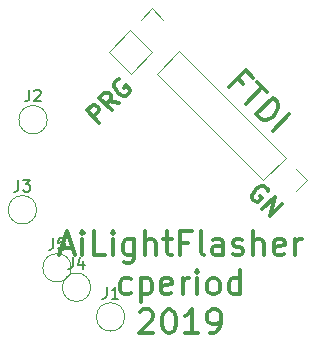
<source format=gbr>
G04 #@! TF.GenerationSoftware,KiCad,Pcbnew,5.0.2-bee76a0~70~ubuntu18.04.1*
G04 #@! TF.CreationDate,2019-06-02T21:51:08-04:00*
G04 #@! TF.ProjectId,AiLight Flasher,41694c69-6768-4742-9046-6c6173686572,rev?*
G04 #@! TF.SameCoordinates,PX510ff40PY6dac2c0*
G04 #@! TF.FileFunction,Legend,Top*
G04 #@! TF.FilePolarity,Positive*
%FSLAX46Y46*%
G04 Gerber Fmt 4.6, Leading zero omitted, Abs format (unit mm)*
G04 Created by KiCad (PCBNEW 5.0.2-bee76a0~70~ubuntu18.04.1) date Sun 02 Jun 2019 09:51:08 PM EDT*
%MOMM*%
%LPD*%
G01*
G04 APERTURE LIST*
%ADD10C,0.300000*%
%ADD11C,0.120000*%
%ADD12C,0.150000*%
G04 APERTURE END LIST*
D10*
X8741370Y19981726D02*
X7680710Y21042386D01*
X8084771Y21446447D01*
X8236294Y21496955D01*
X8337309Y21496955D01*
X8488832Y21446447D01*
X8640355Y21294924D01*
X8690862Y21143401D01*
X8690862Y21042386D01*
X8640355Y20890863D01*
X8236294Y20486802D01*
X10408122Y21648478D02*
X9549492Y21800000D01*
X9802030Y21042386D02*
X8741370Y22103046D01*
X9145431Y22507107D01*
X9296954Y22557615D01*
X9397969Y22557615D01*
X9549492Y22507107D01*
X9701015Y22355584D01*
X9751522Y22204062D01*
X9751522Y22103046D01*
X9701015Y21951523D01*
X9296954Y21547462D01*
X10408122Y23668783D02*
X10256599Y23618275D01*
X10105076Y23466752D01*
X10004061Y23264722D01*
X10004061Y23062691D01*
X10054568Y22911168D01*
X10206091Y22658630D01*
X10357614Y22507107D01*
X10610152Y22355584D01*
X10761675Y22305077D01*
X10963705Y22305077D01*
X11165736Y22406092D01*
X11266751Y22507107D01*
X11367766Y22709138D01*
X11367766Y22810153D01*
X11014213Y23163706D01*
X10812183Y22961676D01*
X20920473Y23281558D02*
X20449068Y23752962D01*
X19708290Y23012184D02*
X21122503Y24426397D01*
X21795938Y23752962D01*
X22132656Y23416245D02*
X22940778Y22608123D01*
X21122503Y21597970D02*
X22536717Y23012184D01*
X21997969Y20722504D02*
X23412183Y22136718D01*
X23748900Y21800000D01*
X23883587Y21530626D01*
X23883587Y21261252D01*
X23816244Y21059222D01*
X23614213Y20722504D01*
X23412183Y20520474D01*
X23075465Y20318443D01*
X22873435Y20251100D01*
X22604061Y20251100D01*
X22334687Y20385787D01*
X21997969Y20722504D01*
X23412183Y19308291D02*
X24826396Y20722504D01*
X5504761Y9366667D02*
X6457142Y9366667D01*
X5314285Y8795239D02*
X5980952Y10795239D01*
X6647619Y8795239D01*
X7314285Y8795239D02*
X7314285Y10128572D01*
X7314285Y10795239D02*
X7219047Y10700000D01*
X7314285Y10604762D01*
X7409523Y10700000D01*
X7314285Y10795239D01*
X7314285Y10604762D01*
X9219047Y8795239D02*
X8266666Y8795239D01*
X8266666Y10795239D01*
X9885714Y8795239D02*
X9885714Y10128572D01*
X9885714Y10795239D02*
X9790476Y10700000D01*
X9885714Y10604762D01*
X9980952Y10700000D01*
X9885714Y10795239D01*
X9885714Y10604762D01*
X11695238Y10128572D02*
X11695238Y8509524D01*
X11600000Y8319048D01*
X11504761Y8223810D01*
X11314285Y8128572D01*
X11028571Y8128572D01*
X10838095Y8223810D01*
X11695238Y8890477D02*
X11504761Y8795239D01*
X11123809Y8795239D01*
X10933333Y8890477D01*
X10838095Y8985715D01*
X10742857Y9176191D01*
X10742857Y9747620D01*
X10838095Y9938096D01*
X10933333Y10033334D01*
X11123809Y10128572D01*
X11504761Y10128572D01*
X11695238Y10033334D01*
X12647619Y8795239D02*
X12647619Y10795239D01*
X13504761Y8795239D02*
X13504761Y9842858D01*
X13409523Y10033334D01*
X13219047Y10128572D01*
X12933333Y10128572D01*
X12742857Y10033334D01*
X12647619Y9938096D01*
X14171428Y10128572D02*
X14933333Y10128572D01*
X14457142Y10795239D02*
X14457142Y9080953D01*
X14552380Y8890477D01*
X14742857Y8795239D01*
X14933333Y8795239D01*
X16266666Y9842858D02*
X15600000Y9842858D01*
X15600000Y8795239D02*
X15600000Y10795239D01*
X16552380Y10795239D01*
X17600000Y8795239D02*
X17409523Y8890477D01*
X17314285Y9080953D01*
X17314285Y10795239D01*
X19219047Y8795239D02*
X19219047Y9842858D01*
X19123809Y10033334D01*
X18933333Y10128572D01*
X18552380Y10128572D01*
X18361904Y10033334D01*
X19219047Y8890477D02*
X19028571Y8795239D01*
X18552380Y8795239D01*
X18361904Y8890477D01*
X18266666Y9080953D01*
X18266666Y9271429D01*
X18361904Y9461905D01*
X18552380Y9557143D01*
X19028571Y9557143D01*
X19219047Y9652381D01*
X20076190Y8890477D02*
X20266666Y8795239D01*
X20647619Y8795239D01*
X20838095Y8890477D01*
X20933333Y9080953D01*
X20933333Y9176191D01*
X20838095Y9366667D01*
X20647619Y9461905D01*
X20361904Y9461905D01*
X20171428Y9557143D01*
X20076190Y9747620D01*
X20076190Y9842858D01*
X20171428Y10033334D01*
X20361904Y10128572D01*
X20647619Y10128572D01*
X20838095Y10033334D01*
X21790476Y8795239D02*
X21790476Y10795239D01*
X22647619Y8795239D02*
X22647619Y9842858D01*
X22552380Y10033334D01*
X22361904Y10128572D01*
X22076190Y10128572D01*
X21885714Y10033334D01*
X21790476Y9938096D01*
X24361904Y8890477D02*
X24171428Y8795239D01*
X23790476Y8795239D01*
X23600000Y8890477D01*
X23504761Y9080953D01*
X23504761Y9842858D01*
X23600000Y10033334D01*
X23790476Y10128572D01*
X24171428Y10128572D01*
X24361904Y10033334D01*
X24457142Y9842858D01*
X24457142Y9652381D01*
X23504761Y9461905D01*
X25314285Y8795239D02*
X25314285Y10128572D01*
X25314285Y9747620D02*
X25409523Y9938096D01*
X25504761Y10033334D01*
X25695238Y10128572D01*
X25885714Y10128572D01*
X11409523Y5590477D02*
X11219047Y5495239D01*
X10838095Y5495239D01*
X10647619Y5590477D01*
X10552380Y5685715D01*
X10457142Y5876191D01*
X10457142Y6447620D01*
X10552380Y6638096D01*
X10647619Y6733334D01*
X10838095Y6828572D01*
X11219047Y6828572D01*
X11409523Y6733334D01*
X12266666Y6828572D02*
X12266666Y4828572D01*
X12266666Y6733334D02*
X12457142Y6828572D01*
X12838095Y6828572D01*
X13028571Y6733334D01*
X13123809Y6638096D01*
X13219047Y6447620D01*
X13219047Y5876191D01*
X13123809Y5685715D01*
X13028571Y5590477D01*
X12838095Y5495239D01*
X12457142Y5495239D01*
X12266666Y5590477D01*
X14838095Y5590477D02*
X14647619Y5495239D01*
X14266666Y5495239D01*
X14076190Y5590477D01*
X13980952Y5780953D01*
X13980952Y6542858D01*
X14076190Y6733334D01*
X14266666Y6828572D01*
X14647619Y6828572D01*
X14838095Y6733334D01*
X14933333Y6542858D01*
X14933333Y6352381D01*
X13980952Y6161905D01*
X15790476Y5495239D02*
X15790476Y6828572D01*
X15790476Y6447620D02*
X15885714Y6638096D01*
X15980952Y6733334D01*
X16171428Y6828572D01*
X16361904Y6828572D01*
X17028571Y5495239D02*
X17028571Y6828572D01*
X17028571Y7495239D02*
X16933333Y7400000D01*
X17028571Y7304762D01*
X17123809Y7400000D01*
X17028571Y7495239D01*
X17028571Y7304762D01*
X18266666Y5495239D02*
X18076190Y5590477D01*
X17980952Y5685715D01*
X17885714Y5876191D01*
X17885714Y6447620D01*
X17980952Y6638096D01*
X18076190Y6733334D01*
X18266666Y6828572D01*
X18552380Y6828572D01*
X18742857Y6733334D01*
X18838095Y6638096D01*
X18933333Y6447620D01*
X18933333Y5876191D01*
X18838095Y5685715D01*
X18742857Y5590477D01*
X18552380Y5495239D01*
X18266666Y5495239D01*
X20647619Y5495239D02*
X20647619Y7495239D01*
X20647619Y5590477D02*
X20457142Y5495239D01*
X20076190Y5495239D01*
X19885714Y5590477D01*
X19790476Y5685715D01*
X19695238Y5876191D01*
X19695238Y6447620D01*
X19790476Y6638096D01*
X19885714Y6733334D01*
X20076190Y6828572D01*
X20457142Y6828572D01*
X20647619Y6733334D01*
X12171428Y4004762D02*
X12266666Y4100000D01*
X12457142Y4195239D01*
X12933333Y4195239D01*
X13123809Y4100000D01*
X13219047Y4004762D01*
X13314285Y3814286D01*
X13314285Y3623810D01*
X13219047Y3338096D01*
X12076190Y2195239D01*
X13314285Y2195239D01*
X14552380Y4195239D02*
X14742857Y4195239D01*
X14933333Y4100000D01*
X15028571Y4004762D01*
X15123809Y3814286D01*
X15219047Y3433334D01*
X15219047Y2957143D01*
X15123809Y2576191D01*
X15028571Y2385715D01*
X14933333Y2290477D01*
X14742857Y2195239D01*
X14552380Y2195239D01*
X14361904Y2290477D01*
X14266666Y2385715D01*
X14171428Y2576191D01*
X14076190Y2957143D01*
X14076190Y3433334D01*
X14171428Y3814286D01*
X14266666Y4004762D01*
X14361904Y4100000D01*
X14552380Y4195239D01*
X17123809Y2195239D02*
X15980952Y2195239D01*
X16552380Y2195239D02*
X16552380Y4195239D01*
X16361904Y3909524D01*
X16171428Y3719048D01*
X15980952Y3623810D01*
X18076190Y2195239D02*
X18457142Y2195239D01*
X18647619Y2290477D01*
X18742857Y2385715D01*
X18933333Y2671429D01*
X19028571Y3052381D01*
X19028571Y3814286D01*
X18933333Y4004762D01*
X18838095Y4100000D01*
X18647619Y4195239D01*
X18266666Y4195239D01*
X18076190Y4100000D01*
X17980952Y4004762D01*
X17885714Y3814286D01*
X17885714Y3338096D01*
X17980952Y3147620D01*
X18076190Y3052381D01*
X18266666Y2957143D01*
X18647619Y2957143D01*
X18838095Y3052381D01*
X18933333Y3147620D01*
X19028571Y3338096D01*
X23052538Y14208123D02*
X23002030Y14359645D01*
X22850507Y14511168D01*
X22648477Y14612184D01*
X22446446Y14612184D01*
X22294923Y14561676D01*
X22042385Y14410153D01*
X21890862Y14258630D01*
X21739339Y14006092D01*
X21688832Y13854569D01*
X21688832Y13652539D01*
X21789847Y13450508D01*
X21890862Y13349493D01*
X22092893Y13248478D01*
X22193908Y13248478D01*
X22547461Y13602031D01*
X22345431Y13804062D01*
X22547461Y12692894D02*
X23608122Y13753554D01*
X23153553Y12086802D01*
X24214213Y13147462D01*
D11*
G04 #@! TO.C,J6*
X24516426Y17016478D02*
X15493744Y26039160D01*
X15493744Y26039160D02*
X13612840Y24158256D01*
X13612840Y24158256D02*
X22635522Y15135574D01*
X22635522Y15135574D02*
X24516426Y17016478D01*
X25414452Y16118452D02*
X26354904Y15178000D01*
X26354904Y15178000D02*
X25414452Y14237548D01*
G04 #@! TO.C,JP1*
X13200000Y29680904D02*
X14140452Y28740452D01*
X12259548Y28740452D02*
X13200000Y29680904D01*
X13242426Y25961522D02*
X11361522Y27842426D01*
X11403949Y24123045D02*
X13242426Y25961522D01*
X9523045Y26003949D02*
X11403949Y24123045D01*
X11361522Y27842426D02*
X9523045Y26003949D01*
G04 #@! TO.C,J1*
X10890000Y3560000D02*
G75*
G03X10890000Y3560000I-1200000J0D01*
G01*
G04 #@! TO.C,J2*
X4330000Y20260000D02*
G75*
G03X4330000Y20260000I-1200000J0D01*
G01*
G04 #@! TO.C,J3*
X3430000Y12630000D02*
G75*
G03X3430000Y12630000I-1200000J0D01*
G01*
G04 #@! TO.C,J4*
X8010000Y6070000D02*
G75*
G03X8010000Y6070000I-1200000J0D01*
G01*
G04 #@! TO.C,J5*
X6360000Y7720000D02*
G75*
G03X6360000Y7720000I-1200000J0D01*
G01*
G04 #@! TO.C,J1*
D12*
X9356666Y6105620D02*
X9356666Y5391334D01*
X9309047Y5248477D01*
X9213809Y5153239D01*
X9070952Y5105620D01*
X8975714Y5105620D01*
X10356666Y5105620D02*
X9785238Y5105620D01*
X10070952Y5105620D02*
X10070952Y6105620D01*
X9975714Y5962762D01*
X9880476Y5867524D01*
X9785238Y5819905D01*
G04 #@! TO.C,J2*
X2796666Y22805620D02*
X2796666Y22091334D01*
X2749047Y21948477D01*
X2653809Y21853239D01*
X2510952Y21805620D01*
X2415714Y21805620D01*
X3225238Y22710381D02*
X3272857Y22758000D01*
X3368095Y22805620D01*
X3606190Y22805620D01*
X3701428Y22758000D01*
X3749047Y22710381D01*
X3796666Y22615143D01*
X3796666Y22519905D01*
X3749047Y22377048D01*
X3177619Y21805620D01*
X3796666Y21805620D01*
G04 #@! TO.C,J3*
X1896666Y15175620D02*
X1896666Y14461334D01*
X1849047Y14318477D01*
X1753809Y14223239D01*
X1610952Y14175620D01*
X1515714Y14175620D01*
X2277619Y15175620D02*
X2896666Y15175620D01*
X2563333Y14794667D01*
X2706190Y14794667D01*
X2801428Y14747048D01*
X2849047Y14699429D01*
X2896666Y14604191D01*
X2896666Y14366096D01*
X2849047Y14270858D01*
X2801428Y14223239D01*
X2706190Y14175620D01*
X2420476Y14175620D01*
X2325238Y14223239D01*
X2277619Y14270858D01*
G04 #@! TO.C,J4*
X6476666Y8615620D02*
X6476666Y7901334D01*
X6429047Y7758477D01*
X6333809Y7663239D01*
X6190952Y7615620D01*
X6095714Y7615620D01*
X7381428Y8282286D02*
X7381428Y7615620D01*
X7143333Y8663239D02*
X6905238Y7948953D01*
X7524285Y7948953D01*
G04 #@! TO.C,J5*
X4826666Y10265620D02*
X4826666Y9551334D01*
X4779047Y9408477D01*
X4683809Y9313239D01*
X4540952Y9265620D01*
X4445714Y9265620D01*
X5779047Y10265620D02*
X5302857Y10265620D01*
X5255238Y9789429D01*
X5302857Y9837048D01*
X5398095Y9884667D01*
X5636190Y9884667D01*
X5731428Y9837048D01*
X5779047Y9789429D01*
X5826666Y9694191D01*
X5826666Y9456096D01*
X5779047Y9360858D01*
X5731428Y9313239D01*
X5636190Y9265620D01*
X5398095Y9265620D01*
X5302857Y9313239D01*
X5255238Y9360858D01*
G04 #@! TD*
M02*

</source>
